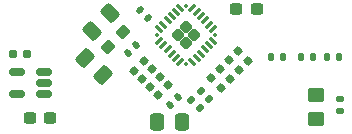
<source format=gbr>
%TF.GenerationSoftware,KiCad,Pcbnew,8.0.7*%
%TF.CreationDate,2024-12-22T07:10:06-05:00*%
%TF.ProjectId,tac5212_audio_board_single_ended,74616335-3231-4325-9f61-7564696f5f62,rev?*%
%TF.SameCoordinates,Original*%
%TF.FileFunction,Paste,Top*%
%TF.FilePolarity,Positive*%
%FSLAX46Y46*%
G04 Gerber Fmt 4.6, Leading zero omitted, Abs format (unit mm)*
G04 Created by KiCad (PCBNEW 8.0.7) date 2024-12-22 07:10:06*
%MOMM*%
%LPD*%
G01*
G04 APERTURE LIST*
G04 Aperture macros list*
%AMRoundRect*
0 Rectangle with rounded corners*
0 $1 Rounding radius*
0 $2 $3 $4 $5 $6 $7 $8 $9 X,Y pos of 4 corners*
0 Add a 4 corners polygon primitive as box body*
4,1,4,$2,$3,$4,$5,$6,$7,$8,$9,$2,$3,0*
0 Add four circle primitives for the rounded corners*
1,1,$1+$1,$2,$3*
1,1,$1+$1,$4,$5*
1,1,$1+$1,$6,$7*
1,1,$1+$1,$8,$9*
0 Add four rect primitives between the rounded corners*
20,1,$1+$1,$2,$3,$4,$5,0*
20,1,$1+$1,$4,$5,$6,$7,0*
20,1,$1+$1,$6,$7,$8,$9,0*
20,1,$1+$1,$8,$9,$2,$3,0*%
%AMFreePoly0*
4,1,25,0.251037,0.433748,0.282717,0.409439,0.409439,0.282717,0.449030,0.214145,0.454242,0.174554,0.454242,-0.174554,0.433748,-0.251037,0.409439,-0.282717,0.282717,-0.409439,0.214145,-0.449030,0.174554,-0.454242,-0.174554,-0.454242,-0.251037,-0.433748,-0.282717,-0.409439,-0.409439,-0.282717,-0.449030,-0.214145,-0.454242,-0.174554,-0.454242,0.174554,-0.433748,0.251037,-0.409439,0.282717,
-0.282717,0.409439,-0.214145,0.449030,-0.174554,0.454242,0.174554,0.454242,0.251037,0.433748,0.251037,0.433748,$1*%
G04 Aperture macros list end*
%ADD10RoundRect,0.160000X0.252791X-0.026517X-0.026517X0.252791X-0.252791X0.026517X0.026517X-0.252791X0*%
%ADD11RoundRect,0.135000X-0.226274X-0.035355X-0.035355X-0.226274X0.226274X0.035355X0.035355X0.226274X0*%
%ADD12RoundRect,0.250000X0.337500X0.475000X-0.337500X0.475000X-0.337500X-0.475000X0.337500X-0.475000X0*%
%ADD13RoundRect,0.160000X-0.026517X-0.252791X0.252791X0.026517X0.026517X0.252791X-0.252791X-0.026517X0*%
%ADD14RoundRect,0.140000X0.219203X0.021213X0.021213X0.219203X-0.219203X-0.021213X-0.021213X-0.219203X0*%
%ADD15RoundRect,0.250000X0.574524X0.097227X0.097227X0.574524X-0.574524X-0.097227X-0.097227X-0.574524X0*%
%ADD16RoundRect,0.150000X0.512500X0.150000X-0.512500X0.150000X-0.512500X-0.150000X0.512500X-0.150000X0*%
%ADD17RoundRect,0.135000X-0.185000X0.135000X-0.185000X-0.135000X0.185000X-0.135000X0.185000X0.135000X0*%
%ADD18RoundRect,0.237500X-0.300000X-0.237500X0.300000X-0.237500X0.300000X0.237500X-0.300000X0.237500X0*%
%ADD19RoundRect,0.140000X-0.021213X0.219203X-0.219203X0.021213X0.021213X-0.219203X0.219203X-0.021213X0*%
%ADD20RoundRect,0.250000X-0.097227X0.574524X-0.574524X0.097227X0.097227X-0.574524X0.574524X-0.097227X0*%
%ADD21RoundRect,0.250000X-0.450000X0.350000X-0.450000X-0.350000X0.450000X-0.350000X0.450000X0.350000X0*%
%ADD22RoundRect,0.140000X0.021213X-0.219203X0.219203X-0.021213X-0.021213X0.219203X-0.219203X0.021213X0*%
%ADD23RoundRect,0.135000X-0.135000X-0.185000X0.135000X-0.185000X0.135000X0.185000X-0.135000X0.185000X0*%
%ADD24RoundRect,0.237500X-0.044194X-0.380070X0.380070X0.044194X0.044194X0.380070X-0.380070X-0.044194X0*%
%ADD25RoundRect,0.135000X0.135000X0.185000X-0.135000X0.185000X-0.135000X-0.185000X0.135000X-0.185000X0*%
%ADD26RoundRect,0.062500X0.000000X-0.088388X0.088388X0.000000X0.000000X0.088388X-0.088388X0.000000X0*%
%ADD27RoundRect,0.062500X0.185616X-0.274004X0.274004X-0.185616X-0.185616X0.274004X-0.274004X0.185616X0*%
%ADD28RoundRect,0.062500X-0.185616X-0.274004X0.274004X0.185616X0.185616X0.274004X-0.274004X-0.185616X0*%
%ADD29FreePoly0,45.000000*%
%ADD30RoundRect,0.160000X-0.197500X-0.160000X0.197500X-0.160000X0.197500X0.160000X-0.197500X0.160000X0*%
%ADD31RoundRect,0.135000X0.226274X0.035355X0.035355X0.226274X-0.226274X-0.035355X-0.035355X-0.226274X0*%
G04 APERTURE END LIST*
D10*
%TO.C,R113*%
X112937059Y-114705168D03*
X112092067Y-113860176D03*
%TD*%
D11*
%TO.C,R121*%
X109617194Y-116508362D03*
X110338442Y-117229610D03*
%TD*%
D10*
%TO.C,R112*%
X113677789Y-113964439D03*
X112832797Y-113119447D03*
%TD*%
D12*
%TO.C,C111*%
X108818261Y-118400000D03*
X106743261Y-118400000D03*
%TD*%
D10*
%TO.C,R114*%
X112157509Y-115484718D03*
X111312517Y-114639726D03*
%TD*%
D13*
%TO.C,R115*%
X105445334Y-114708704D03*
X106290326Y-113863712D03*
%TD*%
D14*
%TO.C,C109*%
X105939411Y-109539411D03*
X105260589Y-108860589D03*
%TD*%
D15*
%TO.C,C115*%
X102133623Y-114433623D03*
X100666377Y-112966377D03*
%TD*%
D16*
%TO.C,U108*%
X97137500Y-116050000D03*
X97137500Y-115100000D03*
X97137500Y-114150000D03*
X94862500Y-114150000D03*
X94862500Y-116050000D03*
%TD*%
D13*
%TO.C,R118*%
X106788837Y-116052207D03*
X107633829Y-115207215D03*
%TD*%
D17*
%TO.C,R126*%
X122200000Y-116390000D03*
X122200000Y-117410000D03*
%TD*%
D18*
%TO.C,C118*%
X113437500Y-108800000D03*
X115162500Y-108800000D03*
%TD*%
D19*
%TO.C,C116*%
X104937914Y-111892722D03*
X104259092Y-112571544D03*
%TD*%
D20*
%TO.C,C108*%
X102733623Y-109166377D03*
X101266377Y-110633623D03*
%TD*%
D21*
%TO.C,D116*%
X120200000Y-116100000D03*
X120200000Y-118100000D03*
%TD*%
D22*
%TO.C,C112*%
X107860589Y-116939411D03*
X108539411Y-116260589D03*
%TD*%
D10*
%TO.C,R110*%
X114420251Y-113221977D03*
X113575259Y-112376985D03*
%TD*%
D18*
%TO.C,C128*%
X95937500Y-118000000D03*
X97662500Y-118000000D03*
%TD*%
D23*
%TO.C,R123*%
X121090000Y-112900000D03*
X122110000Y-112900000D03*
%TD*%
D24*
%TO.C,C119*%
X102590120Y-112009880D03*
X103809880Y-110790120D03*
%TD*%
D25*
%TO.C,R124*%
X117410000Y-112900000D03*
X116390000Y-112900000D03*
%TD*%
D13*
%TO.C,R119*%
X104773583Y-114036952D03*
X105618575Y-113191960D03*
%TD*%
%TO.C,R117*%
X106117086Y-115380455D03*
X106962078Y-114535463D03*
%TD*%
D26*
%TO.C,TAC5212*%
X109200000Y-108567553D03*
X111632447Y-111000000D03*
X109200000Y-113432447D03*
X106767553Y-111000000D03*
D27*
X106910742Y-110478509D03*
X107264295Y-110124955D03*
X107617849Y-109771402D03*
X107971402Y-109417849D03*
X108324955Y-109064295D03*
X108678509Y-108710742D03*
D28*
X109721491Y-108710742D03*
X110075045Y-109064295D03*
X110428598Y-109417849D03*
X110782151Y-109771402D03*
X111135705Y-110124955D03*
X111489258Y-110478509D03*
D27*
X111489258Y-111521491D03*
X111135705Y-111875045D03*
X110782151Y-112228598D03*
X110428598Y-112582151D03*
X110075045Y-112935705D03*
X109721491Y-113289258D03*
D28*
X108678509Y-113289258D03*
X108324955Y-112935705D03*
X107971402Y-112582151D03*
X107617849Y-112228598D03*
X107264295Y-111875045D03*
X106910742Y-111521491D03*
D29*
X109889429Y-111000000D03*
X109200000Y-110310571D03*
X109200000Y-111689429D03*
X108510571Y-111000000D03*
%TD*%
D25*
%TO.C,R122*%
X119910000Y-112900000D03*
X118890000Y-112900000D03*
%TD*%
D30*
%TO.C,R125*%
X94502500Y-112600000D03*
X95697500Y-112600000D03*
%TD*%
D31*
%TO.C,R120*%
X111141385Y-116460624D03*
X110420137Y-115739376D03*
%TD*%
M02*

</source>
